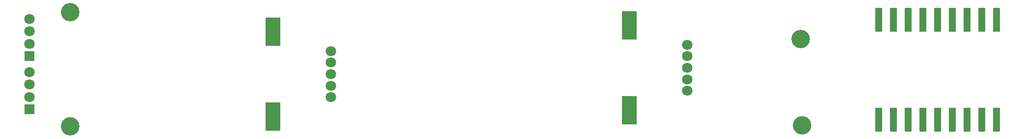
<source format=gbs>
G04 #@! TF.GenerationSoftware,KiCad,Pcbnew,7.0.5-0*
G04 #@! TF.CreationDate,2024-12-30T17:13:37-05:00*
G04 #@! TF.ProjectId,ESP32_MIDI_v3a,45535033-325f-44d4-9944-495f7633612e,rev?*
G04 #@! TF.SameCoordinates,Original*
G04 #@! TF.FileFunction,Soldermask,Bot*
G04 #@! TF.FilePolarity,Negative*
%FSLAX46Y46*%
G04 Gerber Fmt 4.6, Leading zero omitted, Abs format (unit mm)*
G04 Created by KiCad (PCBNEW 7.0.5-0) date 2024-12-30 17:13:37*
%MOMM*%
%LPD*%
G01*
G04 APERTURE LIST*
G04 Aperture macros list*
%AMFreePoly0*
4,1,25,0.515063,3.095106,0.530902,3.095106,0.543715,3.085796,0.558779,3.080902,0.568088,3.068088,0.580902,3.058779,0.585796,3.043715,0.595106,3.030902,0.595106,3.015062,0.600000,3.000000,0.600000,-1.000000,-0.600000,-1.000000,-0.600000,3.000000,-0.595106,3.015062,-0.595106,3.030902,-0.585796,3.043715,-0.580902,3.058779,-0.568088,3.068088,-0.558779,3.080902,-0.543715,3.085796,
-0.530902,3.095106,-0.515063,3.095106,-0.500000,3.100000,0.500000,3.100000,0.515063,3.095106,0.515063,3.095106,$1*%
G04 Aperture macros list end*
%ADD10C,1.800000*%
%ADD11R,2.600000X5.000000*%
%ADD12C,3.200000*%
%ADD13R,1.800000X1.800000*%
%ADD14FreePoly0,180.000000*%
%ADD15FreePoly0,0.000000*%
G04 APERTURE END LIST*
D10*
X152400000Y-101000000D03*
X152400000Y-99000000D03*
X152400000Y-97000000D03*
X152400000Y-95000000D03*
X152400000Y-93000000D03*
D11*
X142400000Y-104350000D03*
X142400000Y-89650000D03*
X80932000Y-90758000D03*
X80932000Y-105458000D03*
D10*
X90932000Y-94108000D03*
X90932000Y-96108000D03*
X90932000Y-98108000D03*
X90932000Y-100108000D03*
X90932000Y-102108000D03*
D12*
X172000000Y-92000000D03*
X46000000Y-107188000D03*
X172212000Y-107000000D03*
D13*
X39000000Y-95000000D03*
D10*
X39000000Y-92841000D03*
X39000000Y-90682000D03*
X39000000Y-88523000D03*
D13*
X39000000Y-104240000D03*
D10*
X39000000Y-102081000D03*
X39000000Y-99922000D03*
X39000000Y-97763000D03*
D12*
X46000000Y-87376000D03*
D14*
X205740000Y-105000000D03*
X203200000Y-105000000D03*
X200660000Y-105000000D03*
X198120000Y-105000000D03*
X195580000Y-105000000D03*
X193040000Y-105000000D03*
X190500000Y-105000000D03*
X187960000Y-105000000D03*
X185420000Y-105000000D03*
D15*
X185420000Y-89760000D03*
X187960000Y-89760000D03*
X190500000Y-89760000D03*
X193040000Y-89760000D03*
X195580000Y-89760000D03*
X198120000Y-89760000D03*
X200660000Y-89760000D03*
X203200000Y-89760000D03*
X205740000Y-89760000D03*
M02*

</source>
